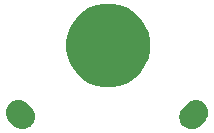
<source format=gbr>
G04 #@! TF.GenerationSoftware,KiCad,Pcbnew,(5.0.2)-1*
G04 #@! TF.CreationDate,2019-07-28T23:18:33+08:00*
G04 #@! TF.ProjectId,DOOR,444f4f52-2e6b-4696-9361-645f70636258,rev?*
G04 #@! TF.SameCoordinates,Original*
G04 #@! TF.FileFunction,Soldermask,Bot*
G04 #@! TF.FilePolarity,Negative*
%FSLAX46Y46*%
G04 Gerber Fmt 4.6, Leading zero omitted, Abs format (unit mm)*
G04 Created by KiCad (PCBNEW (5.0.2)-1) date 2019-07-28 23:18:33*
%MOMM*%
%LPD*%
G01*
G04 APERTURE LIST*
%ADD10C,0.100000*%
G04 APERTURE END LIST*
D10*
G36*
X138384575Y-79941370D02*
X138582689Y-80001468D01*
X138765272Y-80099060D01*
X138885205Y-80197487D01*
X139311773Y-80624055D01*
X139410199Y-80743987D01*
X139507791Y-80926569D01*
X139507792Y-80926571D01*
X139567889Y-81124684D01*
X139567889Y-81124685D01*
X139567890Y-81124689D01*
X139588182Y-81330717D01*
X139567890Y-81536745D01*
X139567889Y-81536748D01*
X139567889Y-81536749D01*
X139507792Y-81734863D01*
X139410199Y-81917446D01*
X139375986Y-81959134D01*
X139278862Y-82077482D01*
X139160514Y-82174606D01*
X139118826Y-82208819D01*
X138936243Y-82306412D01*
X138738129Y-82366509D01*
X138738128Y-82366509D01*
X138738125Y-82366510D01*
X138532097Y-82386802D01*
X138326069Y-82366510D01*
X138326067Y-82366509D01*
X138326064Y-82366509D01*
X138127951Y-82306412D01*
X138127949Y-82306411D01*
X137945367Y-82208819D01*
X137825435Y-82110393D01*
X137398867Y-81683825D01*
X137300440Y-81563892D01*
X137202848Y-81381309D01*
X137142750Y-81183195D01*
X137122458Y-80977163D01*
X137142750Y-80771131D01*
X137202848Y-80573017D01*
X137300438Y-80390438D01*
X137431778Y-80230398D01*
X137591818Y-80099058D01*
X137774397Y-80001468D01*
X137972511Y-79941370D01*
X138178543Y-79921078D01*
X138384575Y-79941370D01*
X138384575Y-79941370D01*
G37*
G36*
X153438125Y-79941370D02*
X153438128Y-79941371D01*
X153438129Y-79941371D01*
X153636243Y-80001468D01*
X153818826Y-80099061D01*
X153860514Y-80133274D01*
X153978862Y-80230398D01*
X154075986Y-80348746D01*
X154110199Y-80390434D01*
X154110200Y-80390436D01*
X154207791Y-80573015D01*
X154267890Y-80771135D01*
X154288182Y-80977163D01*
X154267890Y-81183191D01*
X154267889Y-81183193D01*
X154267889Y-81183196D01*
X154223139Y-81330717D01*
X154207791Y-81381311D01*
X154110199Y-81563893D01*
X154011773Y-81683825D01*
X153585205Y-82110393D01*
X153465272Y-82208820D01*
X153282689Y-82306412D01*
X153084575Y-82366510D01*
X152981559Y-82376655D01*
X152878543Y-82386802D01*
X152775527Y-82376655D01*
X152672511Y-82366510D01*
X152474397Y-82306412D01*
X152291818Y-82208822D01*
X152131778Y-82077482D01*
X152000438Y-81917442D01*
X151902848Y-81734863D01*
X151842750Y-81536749D01*
X151832605Y-81433733D01*
X151822458Y-81330717D01*
X151836988Y-81183191D01*
X151842750Y-81124685D01*
X151902848Y-80926571D01*
X152000440Y-80743988D01*
X152098867Y-80624055D01*
X152525435Y-80197487D01*
X152645367Y-80099061D01*
X152827949Y-80001469D01*
X152827951Y-80001468D01*
X153026064Y-79941371D01*
X153026067Y-79941371D01*
X153026069Y-79941370D01*
X153232097Y-79921078D01*
X153438125Y-79941370D01*
X153438125Y-79941370D01*
G37*
G36*
X146835846Y-71879622D02*
X146835848Y-71879623D01*
X146835849Y-71879623D01*
X147482089Y-72147304D01*
X147482090Y-72147305D01*
X148063694Y-72535920D01*
X148558300Y-73030526D01*
X148558302Y-73030529D01*
X148946916Y-73612131D01*
X149214597Y-74258371D01*
X149351060Y-74944417D01*
X149351060Y-75643903D01*
X149214597Y-76329949D01*
X148946916Y-76976189D01*
X148946915Y-76976190D01*
X148558300Y-77557794D01*
X148063694Y-78052400D01*
X148063691Y-78052402D01*
X147482089Y-78441016D01*
X146835849Y-78708697D01*
X146835848Y-78708697D01*
X146835846Y-78708698D01*
X146149804Y-78845160D01*
X145450316Y-78845160D01*
X144764274Y-78708698D01*
X144764272Y-78708697D01*
X144764271Y-78708697D01*
X144118031Y-78441016D01*
X143536429Y-78052402D01*
X143536426Y-78052400D01*
X143041820Y-77557794D01*
X142653205Y-76976190D01*
X142653204Y-76976189D01*
X142385523Y-76329949D01*
X142249060Y-75643903D01*
X142249060Y-74944417D01*
X142385523Y-74258371D01*
X142653204Y-73612131D01*
X143041818Y-73030529D01*
X143041820Y-73030526D01*
X143536426Y-72535920D01*
X144118030Y-72147305D01*
X144118031Y-72147304D01*
X144764271Y-71879623D01*
X144764272Y-71879623D01*
X144764274Y-71879622D01*
X145450316Y-71743160D01*
X146149804Y-71743160D01*
X146835846Y-71879622D01*
X146835846Y-71879622D01*
G37*
M02*

</source>
